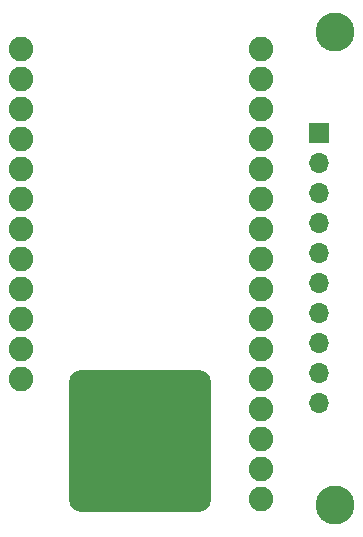
<source format=gbr>
%TF.GenerationSoftware,KiCad,Pcbnew,7.0.9*%
%TF.CreationDate,2024-02-09T11:23:59-05:00*%
%TF.ProjectId,BREAD_Loaf,42524541-445f-44c6-9f61-662e6b696361,rev?*%
%TF.SameCoordinates,PX2fdfdc0PY36746e0*%
%TF.FileFunction,Soldermask,Top*%
%TF.FilePolarity,Negative*%
%FSLAX46Y46*%
G04 Gerber Fmt 4.6, Leading zero omitted, Abs format (unit mm)*
G04 Created by KiCad (PCBNEW 7.0.9) date 2024-02-09 11:23:59*
%MOMM*%
%LPD*%
G01*
G04 APERTURE LIST*
G04 Aperture macros list*
%AMRoundRect*
0 Rectangle with rounded corners*
0 $1 Rounding radius*
0 $2 $3 $4 $5 $6 $7 $8 $9 X,Y pos of 4 corners*
0 Add a 4 corners polygon primitive as box body*
4,1,4,$2,$3,$4,$5,$6,$7,$8,$9,$2,$3,0*
0 Add four circle primitives for the rounded corners*
1,1,$1+$1,$2,$3*
1,1,$1+$1,$4,$5*
1,1,$1+$1,$6,$7*
1,1,$1+$1,$8,$9*
0 Add four rect primitives between the rounded corners*
20,1,$1+$1,$2,$3,$4,$5,0*
20,1,$1+$1,$4,$5,$6,$7,0*
20,1,$1+$1,$6,$7,$8,$9,0*
20,1,$1+$1,$8,$9,$2,$3,0*%
G04 Aperture macros list end*
%ADD10C,2.082800*%
%ADD11C,3.302000*%
%ADD12RoundRect,1.000000X-5.000000X-5.000000X5.000000X-5.000000X5.000000X5.000000X-5.000000X5.000000X0*%
%ADD13R,1.700000X1.700000*%
%ADD14O,1.700000X1.700000*%
G04 APERTURE END LIST*
D10*
%TO.C,J2*%
X4500000Y-22650000D03*
X4500000Y-25190000D03*
X4500000Y-27730000D03*
X4500000Y-30270000D03*
X4500000Y-32810000D03*
X4500000Y-35350000D03*
X4500000Y-37890000D03*
X4500000Y-40430000D03*
X4500000Y-42970000D03*
X4500000Y-45510000D03*
X4500000Y-48050000D03*
X4500000Y-50590000D03*
X24820000Y-22650000D03*
X24820000Y-25190000D03*
X24820000Y-27730000D03*
X24820000Y-30270000D03*
X24820000Y-32810000D03*
X24820000Y-35350000D03*
X24820000Y-37890000D03*
X24820000Y-40430000D03*
X24820000Y-42970000D03*
X24820000Y-45510000D03*
X24820000Y-48050000D03*
X24820000Y-50590000D03*
X24820000Y-53130000D03*
X24820000Y-55670000D03*
X24820000Y-58210000D03*
X24820000Y-60750000D03*
%TD*%
D11*
%TO.C,ST2*%
X31100000Y-61250000D03*
%TD*%
%TO.C,ST1*%
X31100000Y-21250000D03*
%TD*%
D12*
%TO.C,HS1*%
X14566750Y-55850000D03*
%TD*%
D13*
%TO.C,J6*%
X29700000Y-29800000D03*
D14*
X29700000Y-32340000D03*
X29700000Y-34880000D03*
X29700000Y-37420000D03*
X29700000Y-39960000D03*
X29700000Y-42500000D03*
X29700000Y-45040000D03*
X29700000Y-47580000D03*
X29700000Y-50120000D03*
X29700000Y-52660000D03*
%TD*%
M02*

</source>
